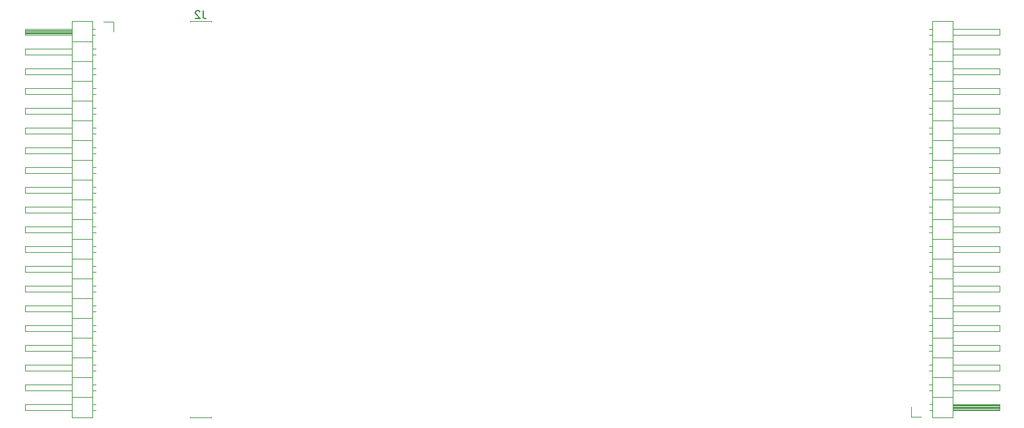
<source format=gbr>
G04 #@! TF.GenerationSoftware,KiCad,Pcbnew,5.0.0-rc2-dev-unknown-0f0d9af~63~ubuntu14.04.1*
G04 #@! TF.CreationDate,2018-03-30T16:45:01+08:00*
G04 #@! TF.ProjectId,mbox-v3s,6D626F782D7633732E6B696361645F70,rev?*
G04 #@! TF.SameCoordinates,Original*
G04 #@! TF.FileFunction,Legend,Bot*
G04 #@! TF.FilePolarity,Positive*
%FSLAX46Y46*%
G04 Gerber Fmt 4.6, Leading zero omitted, Abs format (unit mm)*
G04 Created by KiCad (PCBNEW 5.0.0-rc2-dev-unknown-0f0d9af~63~ubuntu14.04.1) date Fri Mar 30 16:45:01 2018*
%MOMM*%
%LPD*%
G01*
G04 APERTURE LIST*
%ADD10C,0.120000*%
%ADD11C,0.150000*%
G04 APERTURE END LIST*
D10*
X23830000Y-62900000D02*
X23830000Y-62960000D01*
X23830000Y-12040000D02*
X23830000Y-12100000D01*
X23830000Y-62960000D02*
X21170000Y-62960000D01*
X21170000Y-62900000D02*
X21170000Y-62960000D01*
X21170000Y-12040000D02*
X21170000Y-12100000D01*
X23830000Y-12040000D02*
X21170000Y-12040000D01*
X8620000Y-12040000D02*
X8620000Y-62960000D01*
X8620000Y-62960000D02*
X5960000Y-62960000D01*
X5960000Y-62960000D02*
X5960000Y-12040000D01*
X5960000Y-12040000D02*
X8620000Y-12040000D01*
X5960000Y-12990000D02*
X-40000Y-12990000D01*
X-40000Y-12990000D02*
X-40000Y-13750000D01*
X-40000Y-13750000D02*
X5960000Y-13750000D01*
X5960000Y-13050000D02*
X-40000Y-13050000D01*
X5960000Y-13170000D02*
X-40000Y-13170000D01*
X5960000Y-13290000D02*
X-40000Y-13290000D01*
X5960000Y-13410000D02*
X-40000Y-13410000D01*
X5960000Y-13530000D02*
X-40000Y-13530000D01*
X5960000Y-13650000D02*
X-40000Y-13650000D01*
X8950000Y-12990000D02*
X8620000Y-12990000D01*
X8950000Y-13750000D02*
X8620000Y-13750000D01*
X8620000Y-14640000D02*
X5960000Y-14640000D01*
X5960000Y-15530000D02*
X-40000Y-15530000D01*
X-40000Y-15530000D02*
X-40000Y-16290000D01*
X-40000Y-16290000D02*
X5960000Y-16290000D01*
X9017071Y-15530000D02*
X8620000Y-15530000D01*
X9017071Y-16290000D02*
X8620000Y-16290000D01*
X8620000Y-17180000D02*
X5960000Y-17180000D01*
X5960000Y-18070000D02*
X-40000Y-18070000D01*
X-40000Y-18070000D02*
X-40000Y-18830000D01*
X-40000Y-18830000D02*
X5960000Y-18830000D01*
X9017071Y-18070000D02*
X8620000Y-18070000D01*
X9017071Y-18830000D02*
X8620000Y-18830000D01*
X8620000Y-19720000D02*
X5960000Y-19720000D01*
X5960000Y-20610000D02*
X-40000Y-20610000D01*
X-40000Y-20610000D02*
X-40000Y-21370000D01*
X-40000Y-21370000D02*
X5960000Y-21370000D01*
X9017071Y-20610000D02*
X8620000Y-20610000D01*
X9017071Y-21370000D02*
X8620000Y-21370000D01*
X8620000Y-22260000D02*
X5960000Y-22260000D01*
X5960000Y-23150000D02*
X-40000Y-23150000D01*
X-40000Y-23150000D02*
X-40000Y-23910000D01*
X-40000Y-23910000D02*
X5960000Y-23910000D01*
X9017071Y-23150000D02*
X8620000Y-23150000D01*
X9017071Y-23910000D02*
X8620000Y-23910000D01*
X8620000Y-24800000D02*
X5960000Y-24800000D01*
X5960000Y-25690000D02*
X-40000Y-25690000D01*
X-40000Y-25690000D02*
X-40000Y-26450000D01*
X-40000Y-26450000D02*
X5960000Y-26450000D01*
X9017071Y-25690000D02*
X8620000Y-25690000D01*
X9017071Y-26450000D02*
X8620000Y-26450000D01*
X8620000Y-27340000D02*
X5960000Y-27340000D01*
X5960000Y-28230000D02*
X-40000Y-28230000D01*
X-40000Y-28230000D02*
X-40000Y-28990000D01*
X-40000Y-28990000D02*
X5960000Y-28990000D01*
X9017071Y-28230000D02*
X8620000Y-28230000D01*
X9017071Y-28990000D02*
X8620000Y-28990000D01*
X8620000Y-29880000D02*
X5960000Y-29880000D01*
X5960000Y-30770000D02*
X-40000Y-30770000D01*
X-40000Y-30770000D02*
X-40000Y-31530000D01*
X-40000Y-31530000D02*
X5960000Y-31530000D01*
X9017071Y-30770000D02*
X8620000Y-30770000D01*
X9017071Y-31530000D02*
X8620000Y-31530000D01*
X8620000Y-32420000D02*
X5960000Y-32420000D01*
X5960000Y-33310000D02*
X-40000Y-33310000D01*
X-40000Y-33310000D02*
X-40000Y-34070000D01*
X-40000Y-34070000D02*
X5960000Y-34070000D01*
X9017071Y-33310000D02*
X8620000Y-33310000D01*
X9017071Y-34070000D02*
X8620000Y-34070000D01*
X8620000Y-34960000D02*
X5960000Y-34960000D01*
X5960000Y-35850000D02*
X-40000Y-35850000D01*
X-40000Y-35850000D02*
X-40000Y-36610000D01*
X-40000Y-36610000D02*
X5960000Y-36610000D01*
X9017071Y-35850000D02*
X8620000Y-35850000D01*
X9017071Y-36610000D02*
X8620000Y-36610000D01*
X8620000Y-37500000D02*
X5960000Y-37500000D01*
X5960000Y-38390000D02*
X-40000Y-38390000D01*
X-40000Y-38390000D02*
X-40000Y-39150000D01*
X-40000Y-39150000D02*
X5960000Y-39150000D01*
X9017071Y-38390000D02*
X8620000Y-38390000D01*
X9017071Y-39150000D02*
X8620000Y-39150000D01*
X8620000Y-40040000D02*
X5960000Y-40040000D01*
X5960000Y-40930000D02*
X-40000Y-40930000D01*
X-40000Y-40930000D02*
X-40000Y-41690000D01*
X-40000Y-41690000D02*
X5960000Y-41690000D01*
X9017071Y-40930000D02*
X8620000Y-40930000D01*
X9017071Y-41690000D02*
X8620000Y-41690000D01*
X8620000Y-42580000D02*
X5960000Y-42580000D01*
X5960000Y-43470000D02*
X-40000Y-43470000D01*
X-40000Y-43470000D02*
X-40000Y-44230000D01*
X-40000Y-44230000D02*
X5960000Y-44230000D01*
X9017071Y-43470000D02*
X8620000Y-43470000D01*
X9017071Y-44230000D02*
X8620000Y-44230000D01*
X8620000Y-45120000D02*
X5960000Y-45120000D01*
X5960000Y-46010000D02*
X-40000Y-46010000D01*
X-40000Y-46010000D02*
X-40000Y-46770000D01*
X-40000Y-46770000D02*
X5960000Y-46770000D01*
X9017071Y-46010000D02*
X8620000Y-46010000D01*
X9017071Y-46770000D02*
X8620000Y-46770000D01*
X8620000Y-47660000D02*
X5960000Y-47660000D01*
X5960000Y-48550000D02*
X-40000Y-48550000D01*
X-40000Y-48550000D02*
X-40000Y-49310000D01*
X-40000Y-49310000D02*
X5960000Y-49310000D01*
X9017071Y-48550000D02*
X8620000Y-48550000D01*
X9017071Y-49310000D02*
X8620000Y-49310000D01*
X8620000Y-50200000D02*
X5960000Y-50200000D01*
X5960000Y-51090000D02*
X-40000Y-51090000D01*
X-40000Y-51090000D02*
X-40000Y-51850000D01*
X-40000Y-51850000D02*
X5960000Y-51850000D01*
X9017071Y-51090000D02*
X8620000Y-51090000D01*
X9017071Y-51850000D02*
X8620000Y-51850000D01*
X8620000Y-52740000D02*
X5960000Y-52740000D01*
X5960000Y-53630000D02*
X-40000Y-53630000D01*
X-40000Y-53630000D02*
X-40000Y-54390000D01*
X-40000Y-54390000D02*
X5960000Y-54390000D01*
X9017071Y-53630000D02*
X8620000Y-53630000D01*
X9017071Y-54390000D02*
X8620000Y-54390000D01*
X8620000Y-55280000D02*
X5960000Y-55280000D01*
X5960000Y-56170000D02*
X-40000Y-56170000D01*
X-40000Y-56170000D02*
X-40000Y-56930000D01*
X-40000Y-56930000D02*
X5960000Y-56930000D01*
X9017071Y-56170000D02*
X8620000Y-56170000D01*
X9017071Y-56930000D02*
X8620000Y-56930000D01*
X8620000Y-57820000D02*
X5960000Y-57820000D01*
X5960000Y-58710000D02*
X-40000Y-58710000D01*
X-40000Y-58710000D02*
X-40000Y-59470000D01*
X-40000Y-59470000D02*
X5960000Y-59470000D01*
X9017071Y-58710000D02*
X8620000Y-58710000D01*
X9017071Y-59470000D02*
X8620000Y-59470000D01*
X8620000Y-60360000D02*
X5960000Y-60360000D01*
X5960000Y-61250000D02*
X-40000Y-61250000D01*
X-40000Y-61250000D02*
X-40000Y-62010000D01*
X-40000Y-62010000D02*
X5960000Y-62010000D01*
X9017071Y-61250000D02*
X8620000Y-61250000D01*
X9017071Y-62010000D02*
X8620000Y-62010000D01*
X11330000Y-13370000D02*
X11330000Y-12100000D01*
X11330000Y-12100000D02*
X10060000Y-12100000D01*
X113670000Y-62900000D02*
X114940000Y-62900000D01*
X113670000Y-61630000D02*
X113670000Y-62900000D01*
X115982929Y-12990000D02*
X116380000Y-12990000D01*
X115982929Y-13750000D02*
X116380000Y-13750000D01*
X125040000Y-12990000D02*
X119040000Y-12990000D01*
X125040000Y-13750000D02*
X125040000Y-12990000D01*
X119040000Y-13750000D02*
X125040000Y-13750000D01*
X116380000Y-14640000D02*
X119040000Y-14640000D01*
X115982929Y-15530000D02*
X116380000Y-15530000D01*
X115982929Y-16290000D02*
X116380000Y-16290000D01*
X125040000Y-15530000D02*
X119040000Y-15530000D01*
X125040000Y-16290000D02*
X125040000Y-15530000D01*
X119040000Y-16290000D02*
X125040000Y-16290000D01*
X116380000Y-17180000D02*
X119040000Y-17180000D01*
X115982929Y-18070000D02*
X116380000Y-18070000D01*
X115982929Y-18830000D02*
X116380000Y-18830000D01*
X125040000Y-18070000D02*
X119040000Y-18070000D01*
X125040000Y-18830000D02*
X125040000Y-18070000D01*
X119040000Y-18830000D02*
X125040000Y-18830000D01*
X116380000Y-19720000D02*
X119040000Y-19720000D01*
X115982929Y-20610000D02*
X116380000Y-20610000D01*
X115982929Y-21370000D02*
X116380000Y-21370000D01*
X125040000Y-20610000D02*
X119040000Y-20610000D01*
X125040000Y-21370000D02*
X125040000Y-20610000D01*
X119040000Y-21370000D02*
X125040000Y-21370000D01*
X116380000Y-22260000D02*
X119040000Y-22260000D01*
X115982929Y-23150000D02*
X116380000Y-23150000D01*
X115982929Y-23910000D02*
X116380000Y-23910000D01*
X125040000Y-23150000D02*
X119040000Y-23150000D01*
X125040000Y-23910000D02*
X125040000Y-23150000D01*
X119040000Y-23910000D02*
X125040000Y-23910000D01*
X116380000Y-24800000D02*
X119040000Y-24800000D01*
X115982929Y-25690000D02*
X116380000Y-25690000D01*
X115982929Y-26450000D02*
X116380000Y-26450000D01*
X125040000Y-25690000D02*
X119040000Y-25690000D01*
X125040000Y-26450000D02*
X125040000Y-25690000D01*
X119040000Y-26450000D02*
X125040000Y-26450000D01*
X116380000Y-27340000D02*
X119040000Y-27340000D01*
X115982929Y-28230000D02*
X116380000Y-28230000D01*
X115982929Y-28990000D02*
X116380000Y-28990000D01*
X125040000Y-28230000D02*
X119040000Y-28230000D01*
X125040000Y-28990000D02*
X125040000Y-28230000D01*
X119040000Y-28990000D02*
X125040000Y-28990000D01*
X116380000Y-29880000D02*
X119040000Y-29880000D01*
X115982929Y-30770000D02*
X116380000Y-30770000D01*
X115982929Y-31530000D02*
X116380000Y-31530000D01*
X125040000Y-30770000D02*
X119040000Y-30770000D01*
X125040000Y-31530000D02*
X125040000Y-30770000D01*
X119040000Y-31530000D02*
X125040000Y-31530000D01*
X116380000Y-32420000D02*
X119040000Y-32420000D01*
X115982929Y-33310000D02*
X116380000Y-33310000D01*
X115982929Y-34070000D02*
X116380000Y-34070000D01*
X125040000Y-33310000D02*
X119040000Y-33310000D01*
X125040000Y-34070000D02*
X125040000Y-33310000D01*
X119040000Y-34070000D02*
X125040000Y-34070000D01*
X116380000Y-34960000D02*
X119040000Y-34960000D01*
X115982929Y-35850000D02*
X116380000Y-35850000D01*
X115982929Y-36610000D02*
X116380000Y-36610000D01*
X125040000Y-35850000D02*
X119040000Y-35850000D01*
X125040000Y-36610000D02*
X125040000Y-35850000D01*
X119040000Y-36610000D02*
X125040000Y-36610000D01*
X116380000Y-37500000D02*
X119040000Y-37500000D01*
X115982929Y-38390000D02*
X116380000Y-38390000D01*
X115982929Y-39150000D02*
X116380000Y-39150000D01*
X125040000Y-38390000D02*
X119040000Y-38390000D01*
X125040000Y-39150000D02*
X125040000Y-38390000D01*
X119040000Y-39150000D02*
X125040000Y-39150000D01*
X116380000Y-40040000D02*
X119040000Y-40040000D01*
X115982929Y-40930000D02*
X116380000Y-40930000D01*
X115982929Y-41690000D02*
X116380000Y-41690000D01*
X125040000Y-40930000D02*
X119040000Y-40930000D01*
X125040000Y-41690000D02*
X125040000Y-40930000D01*
X119040000Y-41690000D02*
X125040000Y-41690000D01*
X116380000Y-42580000D02*
X119040000Y-42580000D01*
X115982929Y-43470000D02*
X116380000Y-43470000D01*
X115982929Y-44230000D02*
X116380000Y-44230000D01*
X125040000Y-43470000D02*
X119040000Y-43470000D01*
X125040000Y-44230000D02*
X125040000Y-43470000D01*
X119040000Y-44230000D02*
X125040000Y-44230000D01*
X116380000Y-45120000D02*
X119040000Y-45120000D01*
X115982929Y-46010000D02*
X116380000Y-46010000D01*
X115982929Y-46770000D02*
X116380000Y-46770000D01*
X125040000Y-46010000D02*
X119040000Y-46010000D01*
X125040000Y-46770000D02*
X125040000Y-46010000D01*
X119040000Y-46770000D02*
X125040000Y-46770000D01*
X116380000Y-47660000D02*
X119040000Y-47660000D01*
X115982929Y-48550000D02*
X116380000Y-48550000D01*
X115982929Y-49310000D02*
X116380000Y-49310000D01*
X125040000Y-48550000D02*
X119040000Y-48550000D01*
X125040000Y-49310000D02*
X125040000Y-48550000D01*
X119040000Y-49310000D02*
X125040000Y-49310000D01*
X116380000Y-50200000D02*
X119040000Y-50200000D01*
X115982929Y-51090000D02*
X116380000Y-51090000D01*
X115982929Y-51850000D02*
X116380000Y-51850000D01*
X125040000Y-51090000D02*
X119040000Y-51090000D01*
X125040000Y-51850000D02*
X125040000Y-51090000D01*
X119040000Y-51850000D02*
X125040000Y-51850000D01*
X116380000Y-52740000D02*
X119040000Y-52740000D01*
X115982929Y-53630000D02*
X116380000Y-53630000D01*
X115982929Y-54390000D02*
X116380000Y-54390000D01*
X125040000Y-53630000D02*
X119040000Y-53630000D01*
X125040000Y-54390000D02*
X125040000Y-53630000D01*
X119040000Y-54390000D02*
X125040000Y-54390000D01*
X116380000Y-55280000D02*
X119040000Y-55280000D01*
X115982929Y-56170000D02*
X116380000Y-56170000D01*
X115982929Y-56930000D02*
X116380000Y-56930000D01*
X125040000Y-56170000D02*
X119040000Y-56170000D01*
X125040000Y-56930000D02*
X125040000Y-56170000D01*
X119040000Y-56930000D02*
X125040000Y-56930000D01*
X116380000Y-57820000D02*
X119040000Y-57820000D01*
X115982929Y-58710000D02*
X116380000Y-58710000D01*
X115982929Y-59470000D02*
X116380000Y-59470000D01*
X125040000Y-58710000D02*
X119040000Y-58710000D01*
X125040000Y-59470000D02*
X125040000Y-58710000D01*
X119040000Y-59470000D02*
X125040000Y-59470000D01*
X116380000Y-60360000D02*
X119040000Y-60360000D01*
X116050000Y-61250000D02*
X116380000Y-61250000D01*
X116050000Y-62010000D02*
X116380000Y-62010000D01*
X119040000Y-61350000D02*
X125040000Y-61350000D01*
X119040000Y-61470000D02*
X125040000Y-61470000D01*
X119040000Y-61590000D02*
X125040000Y-61590000D01*
X119040000Y-61710000D02*
X125040000Y-61710000D01*
X119040000Y-61830000D02*
X125040000Y-61830000D01*
X119040000Y-61950000D02*
X125040000Y-61950000D01*
X125040000Y-61250000D02*
X119040000Y-61250000D01*
X125040000Y-62010000D02*
X125040000Y-61250000D01*
X119040000Y-62010000D02*
X125040000Y-62010000D01*
X119040000Y-62960000D02*
X116380000Y-62960000D01*
X119040000Y-12040000D02*
X119040000Y-62960000D01*
X116380000Y-12040000D02*
X119040000Y-12040000D01*
X116380000Y-62960000D02*
X116380000Y-12040000D01*
D11*
X22833333Y-10687380D02*
X22833333Y-11401666D01*
X22880952Y-11544523D01*
X22976190Y-11639761D01*
X23119047Y-11687380D01*
X23214285Y-11687380D01*
X22404761Y-10782619D02*
X22357142Y-10735000D01*
X22261904Y-10687380D01*
X22023809Y-10687380D01*
X21928571Y-10735000D01*
X21880952Y-10782619D01*
X21833333Y-10877857D01*
X21833333Y-10973095D01*
X21880952Y-11115952D01*
X22452380Y-11687380D01*
X21833333Y-11687380D01*
M02*

</source>
